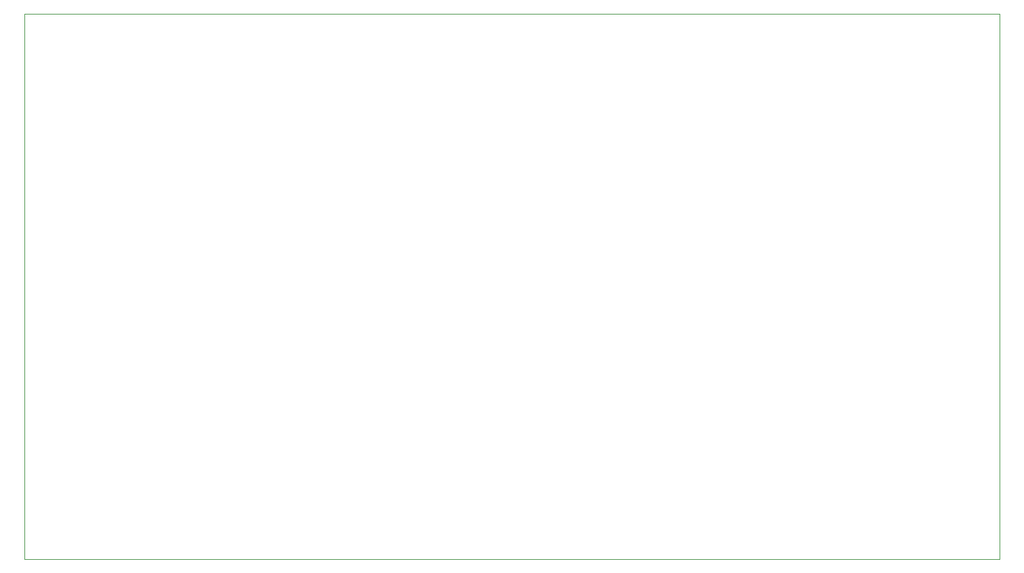
<source format=gbr>
%TF.GenerationSoftware,KiCad,Pcbnew,(6.0.4-0)*%
%TF.CreationDate,2022-07-28T14:49:22-06:00*%
%TF.ProjectId,sq_lockin_v6,73715f6c-6f63-46b6-996e-5f76362e6b69,rev?*%
%TF.SameCoordinates,Original*%
%TF.FileFunction,Profile,NP*%
%FSLAX46Y46*%
G04 Gerber Fmt 4.6, Leading zero omitted, Abs format (unit mm)*
G04 Created by KiCad (PCBNEW (6.0.4-0)) date 2022-07-28 14:49:22*
%MOMM*%
%LPD*%
G01*
G04 APERTURE LIST*
%TA.AperFunction,Profile*%
%ADD10C,0.050000*%
%TD*%
G04 APERTURE END LIST*
D10*
X110000000Y-120000000D02*
X110000000Y-50000000D01*
X235000000Y-50000000D02*
X235000000Y-120000000D01*
X235000000Y-120000000D02*
X110000000Y-120000000D01*
X110000000Y-50000000D02*
X235000000Y-50000000D01*
M02*

</source>
